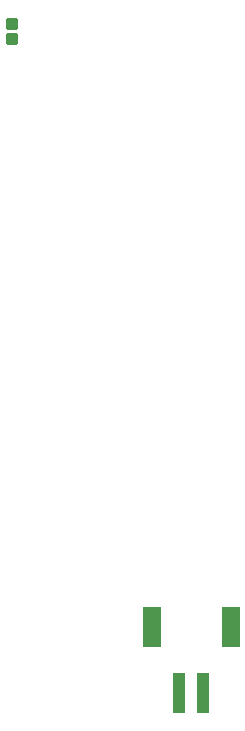
<source format=gbr>
%TF.GenerationSoftware,KiCad,Pcbnew,(5.99.0-10483-ga6ad7a4a70)*%
%TF.CreationDate,2021-05-18T08:29:19+02:00*%
%TF.ProjectId,quadkey,71756164-6b65-4792-9e6b-696361645f70,rev?*%
%TF.SameCoordinates,Original*%
%TF.FileFunction,Paste,Bot*%
%TF.FilePolarity,Positive*%
%FSLAX46Y46*%
G04 Gerber Fmt 4.6, Leading zero omitted, Abs format (unit mm)*
G04 Created by KiCad (PCBNEW (5.99.0-10483-ga6ad7a4a70)) date 2021-05-18 08:29:19*
%MOMM*%
%LPD*%
G01*
G04 APERTURE LIST*
G04 Aperture macros list*
%AMRoundRect*
0 Rectangle with rounded corners*
0 $1 Rounding radius*
0 $2 $3 $4 $5 $6 $7 $8 $9 X,Y pos of 4 corners*
0 Add a 4 corners polygon primitive as box body*
4,1,4,$2,$3,$4,$5,$6,$7,$8,$9,$2,$3,0*
0 Add four circle primitives for the rounded corners*
1,1,$1+$1,$2,$3*
1,1,$1+$1,$4,$5*
1,1,$1+$1,$6,$7*
1,1,$1+$1,$8,$9*
0 Add four rect primitives between the rounded corners*
20,1,$1+$1,$2,$3,$4,$5,0*
20,1,$1+$1,$4,$5,$6,$7,0*
20,1,$1+$1,$6,$7,$8,$9,0*
20,1,$1+$1,$8,$9,$2,$3,0*%
G04 Aperture macros list end*
%ADD10RoundRect,0.250000X0.250000X0.300000X-0.250000X0.300000X-0.250000X-0.300000X0.250000X-0.300000X0*%
%ADD11R,1.000000X3.500000*%
%ADD12R,1.500000X3.400000*%
G04 APERTURE END LIST*
D10*
%TO.C,C9*%
X96905000Y-59555000D03*
X96905000Y-60825000D03*
%TD*%
D11*
%TO.C,BT1*%
X111090000Y-116210000D03*
X113090000Y-116210000D03*
D12*
X108740000Y-110660000D03*
X115440000Y-110660000D03*
%TD*%
M02*

</source>
